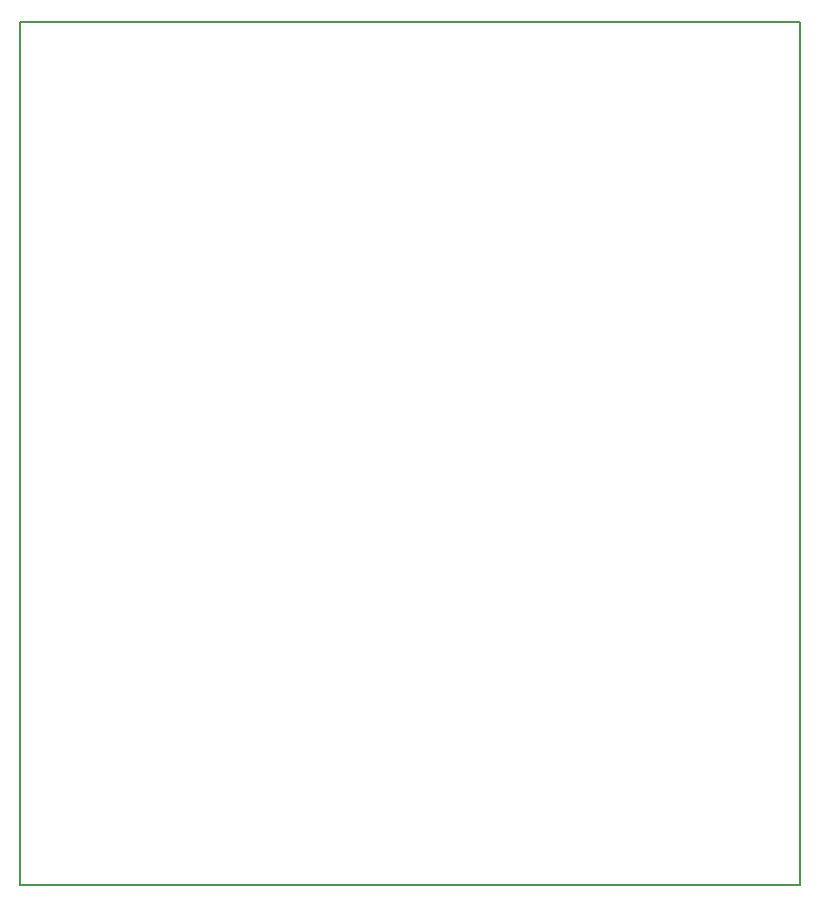
<source format=gm1>
%FSLAX25Y25*%
%MOIN*%
G70*
G01*
G75*
G04 Layer_Color=16711935*
%ADD10C,0.01000*%
%ADD11C,0.00800*%
%ADD12C,0.02000*%
%ADD13R,0.02756X0.03347*%
%ADD14R,0.03937X0.05118*%
%ADD15R,0.07874X0.07874*%
%ADD16R,0.17323X0.17323*%
%ADD17R,0.03937X0.00787*%
%ADD18R,0.00787X0.03937*%
%ADD19O,0.02205X0.06870*%
%ADD20R,0.03347X0.02756*%
%ADD21R,0.01181X0.03937*%
%ADD22R,0.05315X0.02559*%
%ADD23R,0.05118X0.03937*%
%ADD24R,0.09543X0.14252*%
%ADD25R,0.03937X0.02362*%
%ADD26O,0.05500X0.02500*%
%ADD27R,0.05500X0.02500*%
%ADD28R,0.05906X0.02500*%
%ADD29C,0.00500*%
%ADD30C,0.09961*%
%ADD31R,0.05906X0.05906*%
%ADD32C,0.05906*%
%ADD33R,0.05906X0.05906*%
%ADD34O,0.03937X0.08268*%
%ADD35C,0.02638*%
%ADD36C,0.06496*%
%ADD37C,0.02000*%
%ADD38C,0.03000*%
%ADD39R,0.02362X0.03937*%
%ADD40R,0.07874X0.07874*%
%ADD41C,0.01181*%
%ADD42C,0.00700*%
%ADD43C,0.00787*%
%ADD44C,0.00600*%
%ADD45R,0.03556X0.04147*%
%ADD46R,0.04737X0.05918*%
%ADD47R,0.08674X0.08674*%
%ADD48R,0.17717X0.17717*%
%ADD49R,0.04331X0.01181*%
%ADD50R,0.01181X0.04331*%
%ADD51O,0.03005X0.07670*%
%ADD52R,0.04147X0.03556*%
%ADD53R,0.01981X0.04737*%
%ADD54R,0.06115X0.03359*%
%ADD55R,0.05918X0.04737*%
%ADD56R,0.10343X0.15052*%
%ADD57R,0.04737X0.03162*%
%ADD58O,0.06300X0.03300*%
%ADD59R,0.06300X0.03300*%
%ADD60R,0.06706X0.03300*%
%ADD61C,0.10761*%
%ADD62R,0.06706X0.06706*%
%ADD63C,0.06706*%
%ADD64R,0.06706X0.06706*%
%ADD65O,0.04737X0.09068*%
%ADD66C,0.03438*%
%ADD67C,0.06890*%
%ADD68R,0.03162X0.04737*%
%ADD69R,0.08674X0.08674*%
D29*
X-259842Y287402D02*
X0D01*
Y0D02*
Y287402D01*
X-259842Y0D02*
X0D01*
X-259842D02*
Y287402D01*
X0D01*
Y0D02*
Y287402D01*
X-259842Y0D02*
X0D01*
X-259842D02*
Y287402D01*
M02*

</source>
